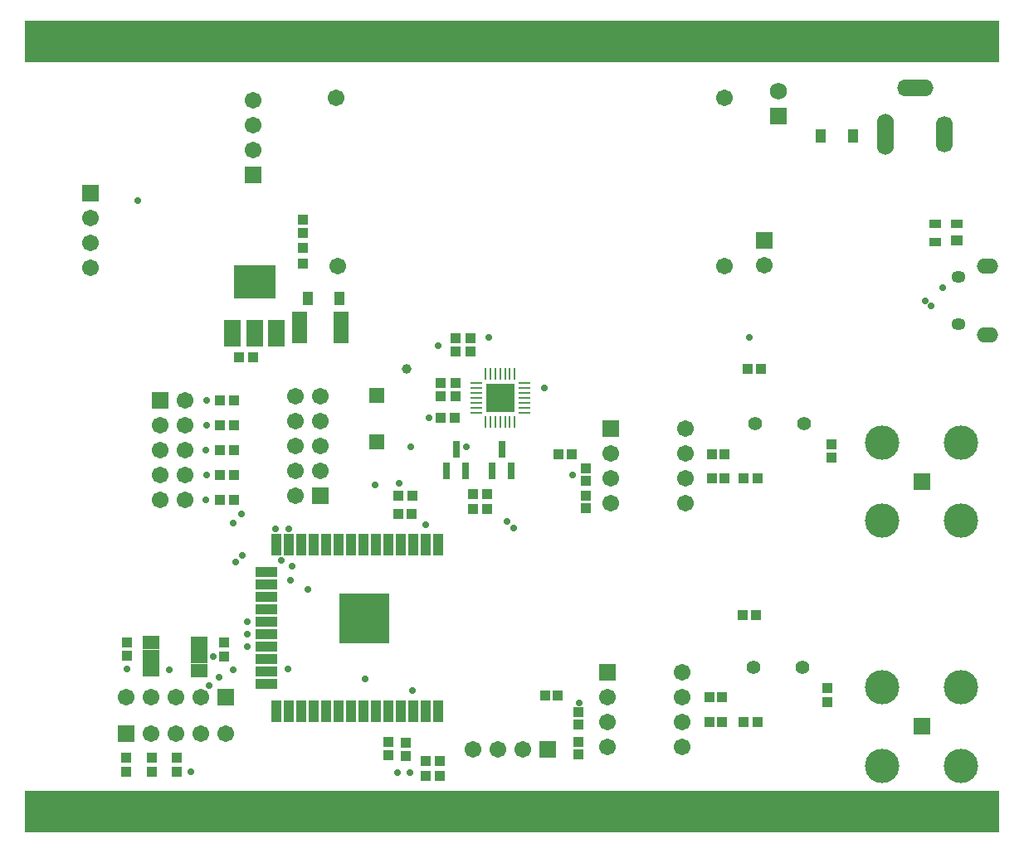
<source format=gts>
G04*
G04 #@! TF.GenerationSoftware,Altium Limited,Altium Designer,21.0.9 (235)*
G04*
G04 Layer_Color=8388736*
%FSLAX44Y44*%
%MOMM*%
G71*
G04*
G04 #@! TF.SameCoordinates,BC5F0FA3-8C3F-41DD-A052-AF4356C4A8CD*
G04*
G04*
G04 #@! TF.FilePolarity,Negative*
G04*
G01*
G75*
%ADD20R,1.5000X3.2000*%
%ADD27R,1.3000X1.1000*%
%ADD28R,1.3000X0.9000*%
%ADD30R,1.2000X0.2032*%
%ADD31R,0.2032X1.2000*%
%ADD39R,99.5000X4.3250*%
%ADD40R,4.2032X3.4532*%
%ADD41R,1.7032X2.7032*%
%ADD42R,1.1032X1.0032*%
%ADD43R,1.0032X1.1032*%
%ADD44R,1.0032X1.1032*%
%ADD45R,1.1032X1.0032*%
%ADD46R,1.1172X1.4222*%
%ADD47R,3.0000X3.0000*%
%ADD48R,1.8034X1.3716*%
%ADD49R,0.8032X1.8032*%
%ADD50R,1.5532X1.5532*%
%ADD51R,5.2032X5.2032*%
%ADD52R,1.1032X2.2032*%
%ADD53R,2.2032X1.1032*%
%ADD54R,1.0032X1.0032*%
%ADD55O,1.7032X4.2032*%
%ADD56O,1.7032X3.7032*%
%ADD57O,3.7032X1.7032*%
%ADD58C,1.7532*%
%ADD59R,1.7532X1.7532*%
%ADD60R,1.7000X1.7000*%
%ADD61C,3.5000*%
%ADD62C,1.7032*%
%ADD63R,1.7032X1.7032*%
%ADD64R,1.7032X1.7032*%
%ADD65C,1.4032*%
%ADD66O,2.2032X1.5532*%
%ADD67O,1.4532X1.2532*%
%ADD68C,1.0032*%
%ADD69C,0.7032*%
D20*
X1064000Y956000D02*
D03*
X1106000D02*
D03*
D27*
X1734500Y1045000D02*
D03*
D28*
Y1062000D02*
D03*
X1712500D02*
D03*
Y1043000D02*
D03*
D30*
X1292830Y899020D02*
D03*
Y894020D02*
D03*
Y889020D02*
D03*
Y884020D02*
D03*
Y879020D02*
D03*
Y874020D02*
D03*
Y869020D02*
D03*
X1243830D02*
D03*
Y874020D02*
D03*
Y879020D02*
D03*
Y884020D02*
D03*
Y889020D02*
D03*
Y894020D02*
D03*
Y899020D02*
D03*
D31*
X1283330Y859520D02*
D03*
X1278330D02*
D03*
X1273330D02*
D03*
X1268330D02*
D03*
X1263330D02*
D03*
X1258330D02*
D03*
X1253330D02*
D03*
Y908520D02*
D03*
X1258330D02*
D03*
X1263330D02*
D03*
X1268330D02*
D03*
X1273330D02*
D03*
X1278330D02*
D03*
X1283330D02*
D03*
D39*
X1280500Y1248375D02*
D03*
X1280500Y461625D02*
D03*
D40*
X1017750Y1002750D02*
D03*
D41*
X1040250Y950250D02*
D03*
X1017750D02*
D03*
X995250D02*
D03*
D42*
X1237760Y945080D02*
D03*
Y931080D02*
D03*
X1222520Y945080D02*
D03*
Y931080D02*
D03*
X1207530Y899540D02*
D03*
Y885540D02*
D03*
X1222770Y899540D02*
D03*
Y885540D02*
D03*
X1606400Y822960D02*
D03*
Y836960D02*
D03*
X1602590Y573390D02*
D03*
Y587390D02*
D03*
X1171780Y532160D02*
D03*
Y518160D02*
D03*
X1154000Y532810D02*
D03*
Y518810D02*
D03*
X1067250Y1066250D02*
D03*
Y1052250D02*
D03*
X987000Y634250D02*
D03*
Y620250D02*
D03*
X887250Y634500D02*
D03*
Y620500D02*
D03*
X938500Y502500D02*
D03*
Y516500D02*
D03*
X887000Y502500D02*
D03*
Y516500D02*
D03*
X913000Y502250D02*
D03*
Y516250D02*
D03*
D43*
X1164190Y765340D02*
D03*
X1178190D02*
D03*
X1016250Y925750D02*
D03*
X1002250D02*
D03*
X1530850Y802020D02*
D03*
X1516850D02*
D03*
X1530850Y553100D02*
D03*
X1516850D02*
D03*
X1178810Y784390D02*
D03*
X1164810D02*
D03*
X1240750Y770750D02*
D03*
X1254750D02*
D03*
X1192750Y498250D02*
D03*
X1206750D02*
D03*
X1192500Y513500D02*
D03*
X1206500D02*
D03*
X1254750Y785500D02*
D03*
X1240750D02*
D03*
X1222000Y863500D02*
D03*
X1208000D02*
D03*
X996500Y780000D02*
D03*
X982500D02*
D03*
X996500Y830750D02*
D03*
X982500D02*
D03*
X996500Y805500D02*
D03*
X982500D02*
D03*
X996500Y881750D02*
D03*
X982500D02*
D03*
X996500Y856250D02*
D03*
X982500D02*
D03*
D44*
X1521160Y913780D02*
D03*
X1534160D02*
D03*
X1341120Y826150D02*
D03*
X1328120D02*
D03*
X1497330Y802020D02*
D03*
X1484330D02*
D03*
X1516080Y662320D02*
D03*
X1529080D02*
D03*
X1327150Y579770D02*
D03*
X1314150D02*
D03*
X1494790Y553100D02*
D03*
X1481790D02*
D03*
X1484330Y826150D02*
D03*
X1497330D02*
D03*
X1481790Y578500D02*
D03*
X1494790D02*
D03*
D45*
X1356210Y812330D02*
D03*
Y799330D02*
D03*
Y784390D02*
D03*
Y771390D02*
D03*
X1348590Y563560D02*
D03*
Y550560D02*
D03*
Y532780D02*
D03*
Y519780D02*
D03*
D46*
X1595847Y1151890D02*
D03*
X1628613D02*
D03*
X1104633Y986000D02*
D03*
X1071867D02*
D03*
D47*
X1268330Y884020D02*
D03*
D48*
X961250Y619500D02*
D03*
Y605530D02*
D03*
Y633470D02*
D03*
X912250Y620250D02*
D03*
Y606280D02*
D03*
Y634220D02*
D03*
D49*
X1260500Y809250D02*
D03*
X1279500D02*
D03*
X1270000Y831250D02*
D03*
X1214000Y809250D02*
D03*
X1233000D02*
D03*
X1223500Y831250D02*
D03*
D50*
X1142250Y886250D02*
D03*
Y839250D02*
D03*
D51*
X1129800Y658910D02*
D03*
D52*
X1204800Y733910D02*
D03*
X1192100D02*
D03*
X1179400D02*
D03*
X1166700D02*
D03*
X1154000D02*
D03*
X1141300D02*
D03*
X1128600D02*
D03*
X1115900D02*
D03*
X1103200D02*
D03*
X1090500D02*
D03*
X1077800D02*
D03*
X1065100D02*
D03*
X1052400D02*
D03*
X1039700D02*
D03*
Y563910D02*
D03*
X1052400D02*
D03*
X1065100D02*
D03*
X1077800D02*
D03*
X1090500D02*
D03*
X1103200D02*
D03*
X1115900D02*
D03*
X1128600D02*
D03*
X1141300D02*
D03*
X1154000D02*
D03*
X1166700D02*
D03*
X1179400D02*
D03*
X1192100D02*
D03*
X1204800D02*
D03*
D53*
X1029700Y706060D02*
D03*
Y693360D02*
D03*
Y680660D02*
D03*
Y667960D02*
D03*
Y655260D02*
D03*
Y642560D02*
D03*
Y629860D02*
D03*
Y617160D02*
D03*
Y604460D02*
D03*
Y591760D02*
D03*
D54*
X1067250Y1037630D02*
D03*
Y1021630D02*
D03*
D55*
X1661750Y1153500D02*
D03*
D56*
X1721750D02*
D03*
D57*
X1691750Y1200500D02*
D03*
D58*
X1552250Y1197200D02*
D03*
D59*
Y1171800D02*
D03*
D60*
X1698500Y548500D02*
D03*
X1698500Y798500D02*
D03*
D61*
X1658500Y508500D02*
D03*
Y588500D02*
D03*
X1738500Y508500D02*
D03*
Y588500D02*
D03*
X1658500Y758500D02*
D03*
Y838500D02*
D03*
X1738500Y758500D02*
D03*
Y838500D02*
D03*
D62*
X947250Y779950D02*
D03*
X921850D02*
D03*
X947250Y805350D02*
D03*
X921850D02*
D03*
X947250Y830750D02*
D03*
X921850D02*
D03*
X947250Y856150D02*
D03*
X921850D02*
D03*
X947250Y881550D02*
D03*
X1059600Y885800D02*
D03*
X1085000D02*
D03*
X1059600Y860400D02*
D03*
X1085000D02*
D03*
X1059600Y835000D02*
D03*
X1085000D02*
D03*
X1059600Y809600D02*
D03*
X1085000D02*
D03*
X1059600Y784200D02*
D03*
X963300Y578500D02*
D03*
X937900D02*
D03*
X912500D02*
D03*
X887100D02*
D03*
X912500Y541000D02*
D03*
X937900D02*
D03*
X963300D02*
D03*
X988700D02*
D03*
X1016250Y1137350D02*
D03*
Y1162750D02*
D03*
Y1188150D02*
D03*
X1291750Y525500D02*
D03*
X1266350D02*
D03*
X1240950D02*
D03*
X1537500Y1019600D02*
D03*
X1377800Y578500D02*
D03*
Y553100D02*
D03*
Y527700D02*
D03*
X1454000Y603900D02*
D03*
Y578500D02*
D03*
Y553100D02*
D03*
Y527700D02*
D03*
X1381610Y827420D02*
D03*
Y802020D02*
D03*
Y776620D02*
D03*
X1457810Y852820D02*
D03*
Y827420D02*
D03*
Y802020D02*
D03*
Y776620D02*
D03*
X1497330Y1019060D02*
D03*
X1102360D02*
D03*
X1497330Y1190510D02*
D03*
X1101090D02*
D03*
X850750Y1017050D02*
D03*
Y1042450D02*
D03*
Y1067850D02*
D03*
D63*
X921850Y881550D02*
D03*
X1085000Y784200D02*
D03*
X1016250Y1111950D02*
D03*
X1537500Y1045000D02*
D03*
X850750Y1093250D02*
D03*
D64*
X988700Y578500D02*
D03*
X887100Y541000D02*
D03*
X1317150Y525500D02*
D03*
X1377800Y603900D02*
D03*
X1381610Y852820D02*
D03*
D65*
X1528930Y857900D02*
D03*
X1578930D02*
D03*
X1526790Y608980D02*
D03*
X1576790D02*
D03*
D66*
X1765750Y1018625D02*
D03*
Y948375D02*
D03*
D67*
X1735750Y1007750D02*
D03*
Y959250D02*
D03*
D68*
X1172572Y914000D02*
D03*
D69*
X1256500Y946250D02*
D03*
X1205000Y937750D02*
D03*
X1522750Y946000D02*
D03*
X1702406Y983011D02*
D03*
X952750Y502250D02*
D03*
X898750Y1085500D02*
D03*
X1140750Y795250D02*
D03*
X971750Y590000D02*
D03*
X887750Y607000D02*
D03*
X982000Y598500D02*
D03*
X975750Y619500D02*
D03*
X995750Y606750D02*
D03*
X1045560Y718534D02*
D03*
X998750Y716250D02*
D03*
X1056250Y712500D02*
D03*
X1005250Y723000D02*
D03*
X931180Y606356D02*
D03*
X1004250Y765500D02*
D03*
X1039250Y750000D02*
D03*
X1010250Y655250D02*
D03*
X1192301Y754102D02*
D03*
X1010500Y642500D02*
D03*
X1072500Y688750D02*
D03*
X1010500Y629750D02*
D03*
X1054500Y697500D02*
D03*
X1052250Y607500D02*
D03*
X1052500Y750500D02*
D03*
X1130750Y597000D02*
D03*
X1179250Y585000D02*
D03*
X995750Y756500D02*
D03*
X1707915Y977862D02*
D03*
X1163750Y501500D02*
D03*
X1176000D02*
D03*
X1177250Y833750D02*
D03*
X1281802Y751302D02*
D03*
X1313759Y894539D02*
D03*
X1275750Y758000D02*
D03*
X1234000Y834500D02*
D03*
X1195500Y863500D02*
D03*
X1165500Y796500D02*
D03*
X968538Y881550D02*
D03*
X969000Y856250D02*
D03*
X968000Y831000D02*
D03*
X968750Y805250D02*
D03*
X968000Y779750D02*
D03*
X1349000Y572190D02*
D03*
X1342000Y805250D02*
D03*
X1720000Y997000D02*
D03*
M02*

</source>
